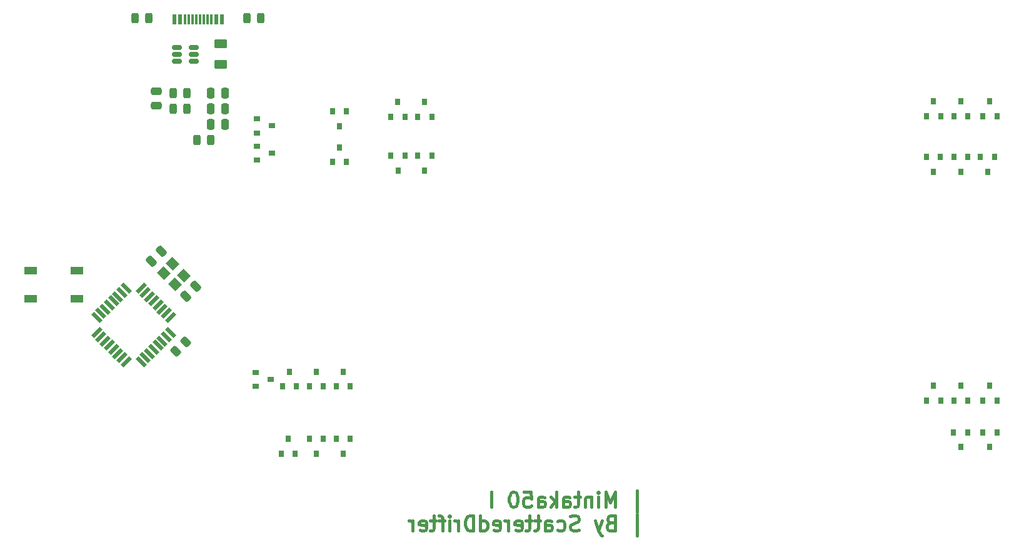
<source format=gbr>
%TF.GenerationSoftware,KiCad,Pcbnew,(6.0.4)*%
%TF.CreationDate,2022-03-30T13:59:28+02:00*%
%TF.ProjectId,32u2,33327532-2e6b-4696-9361-645f70636258,rev?*%
%TF.SameCoordinates,Original*%
%TF.FileFunction,Paste,Bot*%
%TF.FilePolarity,Positive*%
%FSLAX46Y46*%
G04 Gerber Fmt 4.6, Leading zero omitted, Abs format (unit mm)*
G04 Created by KiCad (PCBNEW (6.0.4)) date 2022-03-30 13:59:28*
%MOMM*%
%LPD*%
G01*
G04 APERTURE LIST*
G04 Aperture macros list*
%AMRoundRect*
0 Rectangle with rounded corners*
0 $1 Rounding radius*
0 $2 $3 $4 $5 $6 $7 $8 $9 X,Y pos of 4 corners*
0 Add a 4 corners polygon primitive as box body*
4,1,4,$2,$3,$4,$5,$6,$7,$8,$9,$2,$3,0*
0 Add four circle primitives for the rounded corners*
1,1,$1+$1,$2,$3*
1,1,$1+$1,$4,$5*
1,1,$1+$1,$6,$7*
1,1,$1+$1,$8,$9*
0 Add four rect primitives between the rounded corners*
20,1,$1+$1,$2,$3,$4,$5,0*
20,1,$1+$1,$4,$5,$6,$7,0*
20,1,$1+$1,$6,$7,$8,$9,0*
20,1,$1+$1,$8,$9,$2,$3,0*%
%AMRotRect*
0 Rectangle, with rotation*
0 The origin of the aperture is its center*
0 $1 length*
0 $2 width*
0 $3 Rotation angle, in degrees counterclockwise*
0 Add horizontal line*
21,1,$1,$2,0,0,$3*%
G04 Aperture macros list end*
%ADD10C,0.400000*%
%ADD11R,0.800000X0.900000*%
%ADD12R,0.900000X0.800000*%
%ADD13RoundRect,0.250000X-0.159099X0.512652X-0.512652X0.159099X0.159099X-0.512652X0.512652X-0.159099X0*%
%ADD14R,1.700000X1.000000*%
%ADD15RoundRect,0.250000X-0.250000X-0.475000X0.250000X-0.475000X0.250000X0.475000X-0.250000X0.475000X0*%
%ADD16RotRect,1.400000X1.200000X315.000000*%
%ADD17RoundRect,0.243750X0.243750X0.456250X-0.243750X0.456250X-0.243750X-0.456250X0.243750X-0.456250X0*%
%ADD18RoundRect,0.250000X-0.625000X0.375000X-0.625000X-0.375000X0.625000X-0.375000X0.625000X0.375000X0*%
%ADD19RoundRect,0.250000X0.159099X-0.512652X0.512652X-0.159099X-0.159099X0.512652X-0.512652X0.159099X0*%
%ADD20RoundRect,0.250000X0.475000X-0.250000X0.475000X0.250000X-0.475000X0.250000X-0.475000X-0.250000X0*%
%ADD21RoundRect,0.243750X0.150260X-0.494975X0.494975X-0.150260X-0.150260X0.494975X-0.494975X0.150260X0*%
%ADD22R,0.600000X1.450000*%
%ADD23R,0.300000X1.450000*%
%ADD24RotRect,1.600000X0.550000X225.000000*%
%ADD25RotRect,1.600000X0.550000X135.000000*%
%ADD26RoundRect,0.150000X0.512500X0.150000X-0.512500X0.150000X-0.512500X-0.150000X0.512500X-0.150000X0*%
%ADD27RoundRect,0.243750X-0.243750X-0.456250X0.243750X-0.456250X0.243750X0.456250X-0.243750X0.456250X0*%
G04 APERTURE END LIST*
D10*
X106337619Y-118911428D02*
X106337619Y-116054285D01*
X103385238Y-118244761D02*
X103385238Y-116244761D01*
X102718571Y-117673333D01*
X102051904Y-116244761D01*
X102051904Y-118244761D01*
X101099523Y-118244761D02*
X101099523Y-116911428D01*
X101099523Y-116244761D02*
X101194761Y-116340000D01*
X101099523Y-116435238D01*
X101004285Y-116340000D01*
X101099523Y-116244761D01*
X101099523Y-116435238D01*
X100147142Y-116911428D02*
X100147142Y-118244761D01*
X100147142Y-117101904D02*
X100051904Y-117006666D01*
X99861428Y-116911428D01*
X99575714Y-116911428D01*
X99385238Y-117006666D01*
X99290000Y-117197142D01*
X99290000Y-118244761D01*
X98623333Y-116911428D02*
X97861428Y-116911428D01*
X98337619Y-116244761D02*
X98337619Y-117959047D01*
X98242380Y-118149523D01*
X98051904Y-118244761D01*
X97861428Y-118244761D01*
X96337619Y-118244761D02*
X96337619Y-117197142D01*
X96432857Y-117006666D01*
X96623333Y-116911428D01*
X97004285Y-116911428D01*
X97194761Y-117006666D01*
X96337619Y-118149523D02*
X96528095Y-118244761D01*
X97004285Y-118244761D01*
X97194761Y-118149523D01*
X97290000Y-117959047D01*
X97290000Y-117768571D01*
X97194761Y-117578095D01*
X97004285Y-117482857D01*
X96528095Y-117482857D01*
X96337619Y-117387619D01*
X95385238Y-118244761D02*
X95385238Y-116244761D01*
X95194761Y-117482857D02*
X94623333Y-118244761D01*
X94623333Y-116911428D02*
X95385238Y-117673333D01*
X92909047Y-118244761D02*
X92909047Y-117197142D01*
X93004285Y-117006666D01*
X93194761Y-116911428D01*
X93575714Y-116911428D01*
X93766190Y-117006666D01*
X92909047Y-118149523D02*
X93099523Y-118244761D01*
X93575714Y-118244761D01*
X93766190Y-118149523D01*
X93861428Y-117959047D01*
X93861428Y-117768571D01*
X93766190Y-117578095D01*
X93575714Y-117482857D01*
X93099523Y-117482857D01*
X92909047Y-117387619D01*
X91004285Y-116244761D02*
X91956666Y-116244761D01*
X92051904Y-117197142D01*
X91956666Y-117101904D01*
X91766190Y-117006666D01*
X91290000Y-117006666D01*
X91099523Y-117101904D01*
X91004285Y-117197142D01*
X90909047Y-117387619D01*
X90909047Y-117863809D01*
X91004285Y-118054285D01*
X91099523Y-118149523D01*
X91290000Y-118244761D01*
X91766190Y-118244761D01*
X91956666Y-118149523D01*
X92051904Y-118054285D01*
X89670952Y-116244761D02*
X89480476Y-116244761D01*
X89290000Y-116340000D01*
X89194761Y-116435238D01*
X89099523Y-116625714D01*
X89004285Y-117006666D01*
X89004285Y-117482857D01*
X89099523Y-117863809D01*
X89194761Y-118054285D01*
X89290000Y-118149523D01*
X89480476Y-118244761D01*
X89670952Y-118244761D01*
X89861428Y-118149523D01*
X89956666Y-118054285D01*
X90051904Y-117863809D01*
X90147142Y-117482857D01*
X90147142Y-117006666D01*
X90051904Y-116625714D01*
X89956666Y-116435238D01*
X89861428Y-116340000D01*
X89670952Y-116244761D01*
X86623333Y-118244761D02*
X86623333Y-116244761D01*
X106337619Y-122131428D02*
X106337619Y-119274285D01*
X102718571Y-120417142D02*
X102432857Y-120512380D01*
X102337619Y-120607619D01*
X102242380Y-120798095D01*
X102242380Y-121083809D01*
X102337619Y-121274285D01*
X102432857Y-121369523D01*
X102623333Y-121464761D01*
X103385238Y-121464761D01*
X103385238Y-119464761D01*
X102718571Y-119464761D01*
X102528095Y-119560000D01*
X102432857Y-119655238D01*
X102337619Y-119845714D01*
X102337619Y-120036190D01*
X102432857Y-120226666D01*
X102528095Y-120321904D01*
X102718571Y-120417142D01*
X103385238Y-120417142D01*
X101575714Y-120131428D02*
X101099523Y-121464761D01*
X100623333Y-120131428D02*
X101099523Y-121464761D01*
X101290000Y-121940952D01*
X101385238Y-122036190D01*
X101575714Y-122131428D01*
X98432857Y-121369523D02*
X98147142Y-121464761D01*
X97670952Y-121464761D01*
X97480476Y-121369523D01*
X97385238Y-121274285D01*
X97290000Y-121083809D01*
X97290000Y-120893333D01*
X97385238Y-120702857D01*
X97480476Y-120607619D01*
X97670952Y-120512380D01*
X98051904Y-120417142D01*
X98242380Y-120321904D01*
X98337619Y-120226666D01*
X98432857Y-120036190D01*
X98432857Y-119845714D01*
X98337619Y-119655238D01*
X98242380Y-119560000D01*
X98051904Y-119464761D01*
X97575714Y-119464761D01*
X97290000Y-119560000D01*
X95575714Y-121369523D02*
X95766190Y-121464761D01*
X96147142Y-121464761D01*
X96337619Y-121369523D01*
X96432857Y-121274285D01*
X96528095Y-121083809D01*
X96528095Y-120512380D01*
X96432857Y-120321904D01*
X96337619Y-120226666D01*
X96147142Y-120131428D01*
X95766190Y-120131428D01*
X95575714Y-120226666D01*
X93861428Y-121464761D02*
X93861428Y-120417142D01*
X93956666Y-120226666D01*
X94147142Y-120131428D01*
X94528095Y-120131428D01*
X94718571Y-120226666D01*
X93861428Y-121369523D02*
X94051904Y-121464761D01*
X94528095Y-121464761D01*
X94718571Y-121369523D01*
X94813809Y-121179047D01*
X94813809Y-120988571D01*
X94718571Y-120798095D01*
X94528095Y-120702857D01*
X94051904Y-120702857D01*
X93861428Y-120607619D01*
X93194761Y-120131428D02*
X92432857Y-120131428D01*
X92909047Y-119464761D02*
X92909047Y-121179047D01*
X92813809Y-121369523D01*
X92623333Y-121464761D01*
X92432857Y-121464761D01*
X92051904Y-120131428D02*
X91290000Y-120131428D01*
X91766190Y-119464761D02*
X91766190Y-121179047D01*
X91670952Y-121369523D01*
X91480476Y-121464761D01*
X91290000Y-121464761D01*
X89861428Y-121369523D02*
X90051904Y-121464761D01*
X90432857Y-121464761D01*
X90623333Y-121369523D01*
X90718571Y-121179047D01*
X90718571Y-120417142D01*
X90623333Y-120226666D01*
X90432857Y-120131428D01*
X90051904Y-120131428D01*
X89861428Y-120226666D01*
X89766190Y-120417142D01*
X89766190Y-120607619D01*
X90718571Y-120798095D01*
X88909047Y-121464761D02*
X88909047Y-120131428D01*
X88909047Y-120512380D02*
X88813809Y-120321904D01*
X88718571Y-120226666D01*
X88528095Y-120131428D01*
X88337619Y-120131428D01*
X86909047Y-121369523D02*
X87099523Y-121464761D01*
X87480476Y-121464761D01*
X87670952Y-121369523D01*
X87766190Y-121179047D01*
X87766190Y-120417142D01*
X87670952Y-120226666D01*
X87480476Y-120131428D01*
X87099523Y-120131428D01*
X86909047Y-120226666D01*
X86813809Y-120417142D01*
X86813809Y-120607619D01*
X87766190Y-120798095D01*
X85099523Y-121464761D02*
X85099523Y-119464761D01*
X85099523Y-121369523D02*
X85290000Y-121464761D01*
X85670952Y-121464761D01*
X85861428Y-121369523D01*
X85956666Y-121274285D01*
X86051904Y-121083809D01*
X86051904Y-120512380D01*
X85956666Y-120321904D01*
X85861428Y-120226666D01*
X85670952Y-120131428D01*
X85290000Y-120131428D01*
X85099523Y-120226666D01*
X84147142Y-121464761D02*
X84147142Y-119464761D01*
X83670952Y-119464761D01*
X83385238Y-119560000D01*
X83194761Y-119750476D01*
X83099523Y-119940952D01*
X83004285Y-120321904D01*
X83004285Y-120607619D01*
X83099523Y-120988571D01*
X83194761Y-121179047D01*
X83385238Y-121369523D01*
X83670952Y-121464761D01*
X84147142Y-121464761D01*
X82147142Y-121464761D02*
X82147142Y-120131428D01*
X82147142Y-120512380D02*
X82051904Y-120321904D01*
X81956666Y-120226666D01*
X81766190Y-120131428D01*
X81575714Y-120131428D01*
X80909047Y-121464761D02*
X80909047Y-120131428D01*
X80909047Y-119464761D02*
X81004285Y-119560000D01*
X80909047Y-119655238D01*
X80813809Y-119560000D01*
X80909047Y-119464761D01*
X80909047Y-119655238D01*
X80242380Y-120131428D02*
X79480476Y-120131428D01*
X79956666Y-121464761D02*
X79956666Y-119750476D01*
X79861428Y-119560000D01*
X79670952Y-119464761D01*
X79480476Y-119464761D01*
X79099523Y-120131428D02*
X78337619Y-120131428D01*
X78813809Y-119464761D02*
X78813809Y-121179047D01*
X78718571Y-121369523D01*
X78528095Y-121464761D01*
X78337619Y-121464761D01*
X76909047Y-121369523D02*
X77099523Y-121464761D01*
X77480476Y-121464761D01*
X77670952Y-121369523D01*
X77766190Y-121179047D01*
X77766190Y-120417142D01*
X77670952Y-120226666D01*
X77480476Y-120131428D01*
X77099523Y-120131428D01*
X76909047Y-120226666D01*
X76813809Y-120417142D01*
X76813809Y-120607619D01*
X77766190Y-120798095D01*
X75956666Y-121464761D02*
X75956666Y-120131428D01*
X75956666Y-120512380D02*
X75861428Y-120321904D01*
X75766190Y-120226666D01*
X75575714Y-120131428D01*
X75385238Y-120131428D01*
D11*
%TO.C,D607*%
X74880000Y-65430000D03*
X72980000Y-65430000D03*
X73930000Y-63430000D03*
%TD*%
D12*
%TO.C,D1011*%
X54850000Y-71300000D03*
X54850000Y-69400000D03*
X56850000Y-70350000D03*
%TD*%
%TO.C,D2021*%
X54700000Y-101950000D03*
X54700000Y-100050000D03*
X56700000Y-101000000D03*
%TD*%
D13*
%TO.C,C1*%
X46571751Y-88378249D03*
X45228249Y-89721751D03*
%TD*%
D11*
%TO.C,D110111*%
X149220000Y-70870000D03*
X151120000Y-70870000D03*
X150170000Y-72870000D03*
%TD*%
D14*
%TO.C,SW0*%
X24200000Y-86250000D03*
X30500000Y-86250000D03*
X30500000Y-90050000D03*
X24200000Y-90050000D03*
%TD*%
D11*
%TO.C,D4*%
X149200000Y-108150000D03*
X151100000Y-108150000D03*
X150150000Y-110150000D03*
%TD*%
D15*
%TO.C,C3*%
X48600000Y-62175000D03*
X50500000Y-62175000D03*
%TD*%
D16*
%TO.C,Y0*%
X43423223Y-85371142D03*
X44978858Y-86926777D03*
X43776777Y-88128858D03*
X42221142Y-86573223D03*
%TD*%
D11*
%TO.C,D12013*%
X147430000Y-65320000D03*
X145530000Y-65320000D03*
X146480000Y-63320000D03*
%TD*%
D17*
%TO.C,R4*%
X55350001Y-52018249D03*
X53475001Y-52018249D03*
%TD*%
D18*
%TO.C,F0*%
X49975000Y-55500000D03*
X49975000Y-58300000D03*
%TD*%
D19*
%TO.C,C0*%
X40528249Y-85021751D03*
X41871751Y-83678249D03*
%TD*%
D11*
%TO.C,D2829*%
X155050000Y-103850000D03*
X153150000Y-103850000D03*
X154100000Y-101850000D03*
%TD*%
%TO.C,D2425*%
X63850000Y-101950000D03*
X61950000Y-101950000D03*
X62900000Y-99950000D03*
%TD*%
%TO.C,D1415*%
X76620000Y-70690000D03*
X78520000Y-70690000D03*
X77570000Y-72690000D03*
%TD*%
D20*
%TO.C,C2*%
X41200000Y-63900000D03*
X41200000Y-62000000D03*
%TD*%
D21*
%TO.C,R5*%
X43837087Y-97212913D03*
X45162913Y-95887087D03*
%TD*%
D11*
%TO.C,D2223*%
X67500000Y-101950000D03*
X65600000Y-101950000D03*
X66550000Y-99950000D03*
%TD*%
D15*
%TO.C,C5*%
X48600000Y-66425000D03*
X50500000Y-66425000D03*
%TD*%
D11*
%TO.C,D3233*%
X65600000Y-109050000D03*
X67500000Y-109050000D03*
X66550000Y-111050000D03*
%TD*%
%TO.C,D1819*%
X152830000Y-70870000D03*
X154730000Y-70870000D03*
X153780000Y-72870000D03*
%TD*%
%TO.C,D405*%
X78520000Y-65430000D03*
X76620000Y-65430000D03*
X77570000Y-63430000D03*
%TD*%
D12*
%TO.C,D1*%
X54850000Y-67600000D03*
X54850000Y-65700000D03*
X56850000Y-66650000D03*
%TD*%
D11*
%TO.C,D10011*%
X151110000Y-65320000D03*
X149210000Y-65320000D03*
X150160000Y-63320000D03*
%TD*%
D22*
%TO.C,J0*%
X43637501Y-52256999D03*
X44437501Y-52256999D03*
D23*
X45637501Y-52256999D03*
X46637501Y-52256999D03*
X47137501Y-52256999D03*
X48137501Y-52256999D03*
D22*
X49337501Y-52256999D03*
X50137501Y-52256999D03*
X50137501Y-52256999D03*
X49337501Y-52256999D03*
D23*
X48637501Y-52256999D03*
X47637501Y-52256999D03*
X46137501Y-52256999D03*
X45137501Y-52256999D03*
D22*
X44437501Y-52256999D03*
X43637501Y-52256999D03*
%TD*%
D11*
%TO.C,D2627*%
X60200000Y-101950000D03*
X58300000Y-101950000D03*
X59250000Y-99950000D03*
%TD*%
D24*
%TO.C,U1*%
X39162806Y-88658146D03*
X39728491Y-89223832D03*
X40294177Y-89789517D03*
X40859862Y-90355202D03*
X41425548Y-90920888D03*
X41991233Y-91486573D03*
X42556918Y-92052259D03*
X43122604Y-92617944D03*
D25*
X43122604Y-94668554D03*
X42556918Y-95234239D03*
X41991233Y-95799925D03*
X41425548Y-96365610D03*
X40859862Y-96931296D03*
X40294177Y-97496981D03*
X39728491Y-98062666D03*
X39162806Y-98628352D03*
D24*
X37112196Y-98628352D03*
X36546511Y-98062666D03*
X35980825Y-97496981D03*
X35415140Y-96931296D03*
X34849454Y-96365610D03*
X34283769Y-95799925D03*
X33718084Y-95234239D03*
X33152398Y-94668554D03*
D25*
X33152398Y-92617944D03*
X33718084Y-92052259D03*
X34283769Y-91486573D03*
X34849454Y-90920888D03*
X35415140Y-90355202D03*
X35980825Y-89789517D03*
X36546511Y-89223832D03*
X37112196Y-88658146D03*
%TD*%
D11*
%TO.C,D3*%
X153150000Y-108150000D03*
X155050000Y-108150000D03*
X154100000Y-110150000D03*
%TD*%
D26*
%TO.C,U2*%
X46312500Y-56038249D03*
X46312500Y-56988249D03*
X46312500Y-57938249D03*
X44037500Y-57938249D03*
X44037500Y-56988249D03*
X44037500Y-56038249D03*
%TD*%
D11*
%TO.C,D112113*%
X145520000Y-70870000D03*
X147420000Y-70870000D03*
X146470000Y-72870000D03*
%TD*%
%TO.C,D210211*%
X151110000Y-103850000D03*
X149210000Y-103850000D03*
X150160000Y-101850000D03*
%TD*%
%TO.C,D3031*%
X60050000Y-111050000D03*
X58150000Y-111050000D03*
X59100000Y-109050000D03*
%TD*%
%TO.C,D203*%
X65050000Y-64700000D03*
X66950000Y-64700000D03*
X66000000Y-66700000D03*
%TD*%
D27*
%TO.C,R3*%
X38325001Y-52018249D03*
X40200001Y-52018249D03*
%TD*%
D11*
%TO.C,D212213*%
X147430000Y-103850000D03*
X145530000Y-103850000D03*
X146480000Y-101850000D03*
%TD*%
%TO.C,D809*%
X155050000Y-65310000D03*
X153150000Y-65310000D03*
X154100000Y-63310000D03*
%TD*%
D15*
%TO.C,C4*%
X48600000Y-64325000D03*
X50500000Y-64325000D03*
%TD*%
D17*
%TO.C,R0*%
X48587500Y-68550000D03*
X46712500Y-68550000D03*
%TD*%
%TO.C,R2*%
X45387500Y-62175000D03*
X43512500Y-62175000D03*
%TD*%
D11*
%TO.C,D1213*%
X66950000Y-71550000D03*
X65050000Y-71550000D03*
X66000000Y-69550000D03*
%TD*%
%TO.C,D2*%
X61950000Y-109050000D03*
X63850000Y-109050000D03*
X62900000Y-111050000D03*
%TD*%
D17*
%TO.C,R1*%
X45387500Y-64325000D03*
X43512500Y-64325000D03*
%TD*%
D11*
%TO.C,D1617*%
X73000000Y-70690000D03*
X74900000Y-70690000D03*
X73950000Y-72690000D03*
%TD*%
M02*

</source>
